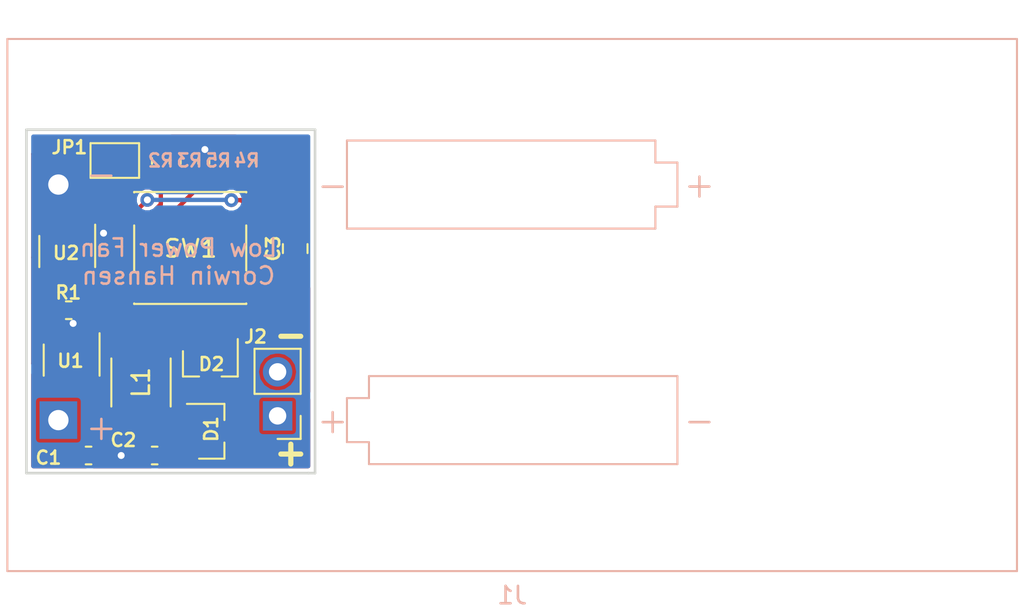
<source format=kicad_pcb>
(kicad_pcb (version 20171130) (host pcbnew "(5.0.1-3-g963ef8bb5)")

  (general
    (thickness 1.6)
    (drawings 8)
    (tracks 75)
    (zones 0)
    (modules 17)
    (nets 10)
  )

  (page A4)
  (layers
    (0 F.Cu signal hide)
    (31 B.Cu signal)
    (32 B.Adhes user)
    (33 F.Adhes user)
    (34 B.Paste user)
    (35 F.Paste user)
    (36 B.SilkS user)
    (37 F.SilkS user)
    (38 B.Mask user)
    (39 F.Mask user)
    (40 Dwgs.User user)
    (41 Cmts.User user)
    (42 Eco1.User user)
    (43 Eco2.User user)
    (44 Edge.Cuts user)
    (45 Margin user)
    (46 B.CrtYd user)
    (47 F.CrtYd user)
    (48 B.Fab user)
    (49 F.Fab user)
  )

  (setup
    (last_trace_width 0.25)
    (trace_clearance 0.2)
    (zone_clearance 0.2)
    (zone_45_only no)
    (trace_min 0.2)
    (segment_width 0.2)
    (edge_width 0.15)
    (via_size 0.8)
    (via_drill 0.4)
    (via_min_size 0.4)
    (via_min_drill 0.3)
    (uvia_size 0.3)
    (uvia_drill 0.1)
    (uvias_allowed no)
    (uvia_min_size 0.2)
    (uvia_min_drill 0.1)
    (pcb_text_width 0.3)
    (pcb_text_size 1.5 1.5)
    (mod_edge_width 0.15)
    (mod_text_size 1 1)
    (mod_text_width 0.15)
    (pad_size 1.524 1.524)
    (pad_drill 0.762)
    (pad_to_mask_clearance 0)
    (solder_mask_min_width 0.25)
    (aux_axis_origin 0 0)
    (visible_elements FFFFFF7F)
    (pcbplotparams
      (layerselection 0x010fc_ffffffff)
      (usegerberextensions false)
      (usegerberattributes false)
      (usegerberadvancedattributes false)
      (creategerberjobfile false)
      (excludeedgelayer true)
      (linewidth 0.100000)
      (plotframeref false)
      (viasonmask false)
      (mode 1)
      (useauxorigin false)
      (hpglpennumber 1)
      (hpglpenspeed 20)
      (hpglpendiameter 15.000000)
      (psnegative false)
      (psa4output false)
      (plotreference true)
      (plotvalue true)
      (plotinvisibletext false)
      (padsonsilk false)
      (subtractmaskfromsilk false)
      (outputformat 1)
      (mirror false)
      (drillshape 1)
      (scaleselection 1)
      (outputdirectory ""))
  )

  (net 0 "")
  (net 1 "Net-(C1-Pad1)")
  (net 2 GND)
  (net 3 "Net-(C2-Pad1)")
  (net 4 "Net-(D1-Pad2)")
  (net 5 "Net-(C3-Pad2)")
  (net 6 "Net-(D2-Pad2)")
  (net 7 "Net-(JP1-Pad2)")
  (net 8 "Net-(R2-Pad2)")
  (net 9 "Net-(R4-Pad2)")

  (net_class Default "This is the default net class."
    (clearance 0.2)
    (trace_width 0.25)
    (via_dia 0.8)
    (via_drill 0.4)
    (uvia_dia 0.3)
    (uvia_drill 0.1)
    (add_net GND)
    (add_net "Net-(C1-Pad1)")
    (add_net "Net-(C2-Pad1)")
    (add_net "Net-(C3-Pad2)")
    (add_net "Net-(D1-Pad2)")
    (add_net "Net-(D2-Pad2)")
    (add_net "Net-(JP1-Pad2)")
    (add_net "Net-(R2-Pad2)")
    (add_net "Net-(R4-Pad2)")
  )

  (module Battery:BatteryHolder_MPD_BC2AAPC_2xAA (layer B.Cu) (tedit 5AC8F8F7) (tstamp 5C5CE36E)
    (at 115.633001 91.050001)
    (descr "2xAA cell battery holder, Memory Protection Devices P/N BC2AAPC, http://www.memoryprotectiondevices.com/datasheets/BC2AAPC-datasheet.pdf")
    (tags "AA battery cell holder")
    (path /5C454ECD)
    (fp_text reference J1 (at 26.16 10.11) (layer B.SilkS)
      (effects (font (size 1 1) (thickness 0.15)) (justify mirror))
    )
    (fp_text value in (at 26.16 -23.39) (layer B.Fab)
      (effects (font (size 1 1) (thickness 0.15)) (justify mirror))
    )
    (fp_line (start -2.84 8.61) (end -2.84 -21.89) (layer B.Fab) (width 0.1))
    (fp_line (start -2.84 -21.89) (end 55.16 -21.89) (layer B.Fab) (width 0.1))
    (fp_line (start 55.16 -21.89) (end 55.16 8.61) (layer B.Fab) (width 0.1))
    (fp_line (start 55.16 8.61) (end -2.84 8.61) (layer B.Fab) (width 0.1))
    (fp_line (start -2.94 8.71) (end -2.94 -21.99) (layer B.SilkS) (width 0.12))
    (fp_line (start -2.94 -21.99) (end 55.26 -21.99) (layer B.SilkS) (width 0.12))
    (fp_line (start 55.26 -21.99) (end 55.26 8.71) (layer B.SilkS) (width 0.12))
    (fp_line (start 55.26 8.71) (end -2.94 8.71) (layer B.SilkS) (width 0.12))
    (fp_line (start -3.34 9.11) (end -3.34 -22.39) (layer B.CrtYd) (width 0.05))
    (fp_line (start -3.34 -22.39) (end 55.66 -22.39) (layer B.CrtYd) (width 0.05))
    (fp_line (start 55.66 -22.39) (end 55.66 9.11) (layer B.CrtYd) (width 0.05))
    (fp_line (start 55.66 9.11) (end -3.34 9.11) (layer B.CrtYd) (width 0.05))
    (fp_line (start 35.685 -2.54) (end 17.905 -2.54) (layer B.SilkS) (width 0.12))
    (fp_line (start 17.905 -2.54) (end 17.905 -1.27) (layer B.SilkS) (width 0.12))
    (fp_line (start 17.905 -1.27) (end 16.635 -1.27) (layer B.SilkS) (width 0.12))
    (fp_line (start 16.635 -1.27) (end 16.635 1.27) (layer B.SilkS) (width 0.12))
    (fp_line (start 16.635 1.27) (end 17.905 1.27) (layer B.SilkS) (width 0.12))
    (fp_line (start 17.905 1.27) (end 17.905 2.54) (layer B.SilkS) (width 0.12))
    (fp_line (start 17.905 2.54) (end 35.685 2.54) (layer B.SilkS) (width 0.12))
    (fp_line (start 35.685 2.54) (end 35.685 -2.54) (layer B.SilkS) (width 0.12))
    (fp_line (start 16.635 -16.13) (end 34.415 -16.13) (layer B.SilkS) (width 0.12))
    (fp_line (start 34.415 -16.13) (end 34.415 -14.86) (layer B.SilkS) (width 0.12))
    (fp_line (start 34.415 -14.86) (end 35.685 -14.86) (layer B.SilkS) (width 0.12))
    (fp_line (start 35.685 -14.86) (end 35.685 -12.32) (layer B.SilkS) (width 0.12))
    (fp_line (start 35.685 -12.32) (end 34.415 -12.32) (layer B.SilkS) (width 0.12))
    (fp_line (start 34.415 -12.32) (end 34.415 -11.05) (layer B.SilkS) (width 0.12))
    (fp_line (start 34.415 -11.05) (end 16.635 -11.05) (layer B.SilkS) (width 0.12))
    (fp_line (start 16.635 -11.05) (end 16.635 -16.13) (layer B.SilkS) (width 0.12))
    (fp_text user %R (at 26.16 -6.63) (layer B.Fab)
      (effects (font (size 1 1) (thickness 0.15)) (justify mirror))
    )
    (fp_text user - (at 36.955 0) (layer B.SilkS)
      (effects (font (size 1.5 1.5) (thickness 0.15)) (justify mirror))
    )
    (fp_text user + (at 15.811999 0) (layer B.SilkS)
      (effects (font (size 1.5 1.5) (thickness 0.15)) (justify mirror))
    )
    (fp_text user - (at 15.811999 -13.580001) (layer B.SilkS)
      (effects (font (size 1.5 1.5) (thickness 0.15)) (justify mirror))
    )
    (fp_text user + (at 36.955 -13.59) (layer B.SilkS)
      (effects (font (size 1.5 1.5) (thickness 0.15)) (justify mirror))
    )
    (fp_text user + (at 2.476999 0.389999) (layer B.SilkS)
      (effects (font (size 1.5 1.5) (thickness 0.15)) (justify mirror))
    )
    (fp_text user - (at 2.476999 -14.215001) (layer B.SilkS)
      (effects (font (size 1.5 1.5) (thickness 0.15)) (justify mirror))
    )
    (pad 1 thru_hole rect (at 0 0) (size 2.17 2.17) (drill 1.17) (layers *.Cu *.Mask)
      (net 1 "Net-(C1-Pad1)"))
    (pad 2 thru_hole circle (at 0 -13.59) (size 2.17 2.17) (drill 1.17) (layers *.Cu *.Mask)
      (net 2 GND))
    (pad "" np_thru_hole circle (at 26.16 -6.63) (size 3.65 3.65) (drill 3.65) (layers *.Cu *.Mask))
    (model ${KISYS3DMOD}/Battery.3dshapes/BatteryHolder_MPD_BC2AAPC_2xAA.wrl
      (at (xyz 0 0 0))
      (scale (xyz 1 1 1))
      (rotate (xyz 0 0 0))
    )
  )

  (module Capacitor_SMD:C_0603_1608Metric (layer F.Cu) (tedit 5C50DC36) (tstamp 5C5CF006)
    (at 117.3735 93.091)
    (descr "Capacitor SMD 0603 (1608 Metric), square (rectangular) end terminal, IPC_7351 nominal, (Body size source: http://www.tortai-tech.com/upload/download/2011102023233369053.pdf), generated with kicad-footprint-generator")
    (tags capacitor)
    (path /5C457995)
    (attr smd)
    (fp_text reference C1 (at -2.3115 0.127) (layer F.SilkS)
      (effects (font (size 0.75 0.75) (thickness 0.15)))
    )
    (fp_text value 10uF (at 0 1.43) (layer F.Fab)
      (effects (font (size 1 1) (thickness 0.15)))
    )
    (fp_line (start -0.8 0.4) (end -0.8 -0.4) (layer F.Fab) (width 0.1))
    (fp_line (start -0.8 -0.4) (end 0.8 -0.4) (layer F.Fab) (width 0.1))
    (fp_line (start 0.8 -0.4) (end 0.8 0.4) (layer F.Fab) (width 0.1))
    (fp_line (start 0.8 0.4) (end -0.8 0.4) (layer F.Fab) (width 0.1))
    (fp_line (start -0.162779 -0.51) (end 0.162779 -0.51) (layer F.SilkS) (width 0.12))
    (fp_line (start -0.162779 0.51) (end 0.162779 0.51) (layer F.SilkS) (width 0.12))
    (fp_line (start -1.48 0.73) (end -1.48 -0.73) (layer F.CrtYd) (width 0.05))
    (fp_line (start -1.48 -0.73) (end 1.48 -0.73) (layer F.CrtYd) (width 0.05))
    (fp_line (start 1.48 -0.73) (end 1.48 0.73) (layer F.CrtYd) (width 0.05))
    (fp_line (start 1.48 0.73) (end -1.48 0.73) (layer F.CrtYd) (width 0.05))
    (fp_text user %R (at 0 0) (layer F.Fab)
      (effects (font (size 0.4 0.4) (thickness 0.06)))
    )
    (pad 1 smd roundrect (at -0.7875 0) (size 0.875 0.95) (layers F.Cu F.Paste F.Mask) (roundrect_rratio 0.25)
      (net 1 "Net-(C1-Pad1)"))
    (pad 2 smd roundrect (at 0.7875 0) (size 0.875 0.95) (layers F.Cu F.Paste F.Mask) (roundrect_rratio 0.25)
      (net 2 GND))
    (model ${KISYS3DMOD}/Capacitor_SMD.3dshapes/C_0603_1608Metric.wrl
      (at (xyz 0 0 0))
      (scale (xyz 1 1 1))
      (rotate (xyz 0 0 0))
    )
  )

  (module Capacitor_SMD:C_0603_1608Metric (layer F.Cu) (tedit 5C50DCDF) (tstamp 5C5CB0FB)
    (at 121.1835 93.091 180)
    (descr "Capacitor SMD 0603 (1608 Metric), square (rectangular) end terminal, IPC_7351 nominal, (Body size source: http://www.tortai-tech.com/upload/download/2011102023233369053.pdf), generated with kicad-footprint-generator")
    (tags capacitor)
    (path /5C4584FE)
    (attr smd)
    (fp_text reference C2 (at 1.8035 0.889 180) (layer F.SilkS)
      (effects (font (size 0.75 0.75) (thickness 0.15)))
    )
    (fp_text value 1uF (at 0 1.43 180) (layer F.Fab)
      (effects (font (size 1 1) (thickness 0.15)))
    )
    (fp_text user %R (at 0 0 180) (layer F.Fab)
      (effects (font (size 0.4 0.4) (thickness 0.06)))
    )
    (fp_line (start 1.48 0.73) (end -1.48 0.73) (layer F.CrtYd) (width 0.05))
    (fp_line (start 1.48 -0.73) (end 1.48 0.73) (layer F.CrtYd) (width 0.05))
    (fp_line (start -1.48 -0.73) (end 1.48 -0.73) (layer F.CrtYd) (width 0.05))
    (fp_line (start -1.48 0.73) (end -1.48 -0.73) (layer F.CrtYd) (width 0.05))
    (fp_line (start -0.162779 0.51) (end 0.162779 0.51) (layer F.SilkS) (width 0.12))
    (fp_line (start -0.162779 -0.51) (end 0.162779 -0.51) (layer F.SilkS) (width 0.12))
    (fp_line (start 0.8 0.4) (end -0.8 0.4) (layer F.Fab) (width 0.1))
    (fp_line (start 0.8 -0.4) (end 0.8 0.4) (layer F.Fab) (width 0.1))
    (fp_line (start -0.8 -0.4) (end 0.8 -0.4) (layer F.Fab) (width 0.1))
    (fp_line (start -0.8 0.4) (end -0.8 -0.4) (layer F.Fab) (width 0.1))
    (pad 2 smd roundrect (at 0.7875 0 180) (size 0.875 0.95) (layers F.Cu F.Paste F.Mask) (roundrect_rratio 0.25)
      (net 2 GND))
    (pad 1 smd roundrect (at -0.7875 0 180) (size 0.875 0.95) (layers F.Cu F.Paste F.Mask) (roundrect_rratio 0.25)
      (net 3 "Net-(C2-Pad1)"))
    (model ${KISYS3DMOD}/Capacitor_SMD.3dshapes/C_0603_1608Metric.wrl
      (at (xyz 0 0 0))
      (scale (xyz 1 1 1))
      (rotate (xyz 0 0 0))
    )
  )

  (module Diode_SMD:D_SOT-23_ANK (layer F.Cu) (tedit 5C50DD0E) (tstamp 5C5CB126)
    (at 124.444 91.694)
    (descr "SOT-23, Single Diode")
    (tags SOT-23)
    (path /5C45B1C8)
    (attr smd)
    (fp_text reference D1 (at 0 -0.127 90) (layer F.SilkS)
      (effects (font (size 0.75 0.75) (thickness 0.15)))
    )
    (fp_text value D (at 0 2.5) (layer F.Fab)
      (effects (font (size 1 1) (thickness 0.15)))
    )
    (fp_text user %R (at 0 -2.5) (layer F.Fab)
      (effects (font (size 1 1) (thickness 0.15)))
    )
    (fp_line (start -0.15 -0.45) (end -0.4 -0.45) (layer F.Fab) (width 0.1))
    (fp_line (start -0.15 -0.25) (end 0.15 -0.45) (layer F.Fab) (width 0.1))
    (fp_line (start -0.15 -0.65) (end -0.15 -0.25) (layer F.Fab) (width 0.1))
    (fp_line (start 0.15 -0.45) (end -0.15 -0.65) (layer F.Fab) (width 0.1))
    (fp_line (start 0.15 -0.45) (end 0.4 -0.45) (layer F.Fab) (width 0.1))
    (fp_line (start 0.15 -0.65) (end 0.15 -0.25) (layer F.Fab) (width 0.1))
    (fp_line (start 0.76 1.58) (end 0.76 0.65) (layer F.SilkS) (width 0.12))
    (fp_line (start 0.76 -1.58) (end 0.76 -0.65) (layer F.SilkS) (width 0.12))
    (fp_line (start 0.7 -1.52) (end 0.7 1.52) (layer F.Fab) (width 0.1))
    (fp_line (start -0.7 1.52) (end 0.7 1.52) (layer F.Fab) (width 0.1))
    (fp_line (start -1.7 -1.75) (end 1.7 -1.75) (layer F.CrtYd) (width 0.05))
    (fp_line (start 1.7 -1.75) (end 1.7 1.75) (layer F.CrtYd) (width 0.05))
    (fp_line (start 1.7 1.75) (end -1.7 1.75) (layer F.CrtYd) (width 0.05))
    (fp_line (start -1.7 1.75) (end -1.7 -1.75) (layer F.CrtYd) (width 0.05))
    (fp_line (start 0.76 -1.58) (end -1.4 -1.58) (layer F.SilkS) (width 0.12))
    (fp_line (start -0.7 -1.52) (end 0.7 -1.52) (layer F.Fab) (width 0.1))
    (fp_line (start -0.7 -1.52) (end -0.7 1.52) (layer F.Fab) (width 0.1))
    (fp_line (start 0.76 1.58) (end -0.7 1.58) (layer F.SilkS) (width 0.12))
    (pad 2 smd rect (at -1 -0.95) (size 0.9 0.8) (layers F.Cu F.Paste F.Mask)
      (net 4 "Net-(D1-Pad2)"))
    (pad "" smd rect (at -1 0.95) (size 0.9 0.8) (layers F.Cu F.Paste F.Mask))
    (pad 1 smd rect (at 1 0) (size 0.9 0.8) (layers F.Cu F.Paste F.Mask)
      (net 3 "Net-(C2-Pad1)"))
    (model ${KISYS3DMOD}/Diode_SMD.3dshapes/D_SOT-23.wrl
      (at (xyz 0 0 0))
      (scale (xyz 1 1 1))
      (rotate (xyz 0 0 0))
    )
  )

  (module Diode_SMD:D_SOT-23_ANK (layer F.Cu) (tedit 5C50DD1F) (tstamp 5C5CB140)
    (at 124.394 87.773 270)
    (descr "SOT-23, Single Diode")
    (tags SOT-23)
    (path /5C45B3AB)
    (attr smd)
    (fp_text reference D2 (at 0.0475 -0.066) (layer F.SilkS)
      (effects (font (size 0.75 0.75) (thickness 0.15)))
    )
    (fp_text value 12v (at 0 2.5 270) (layer F.Fab)
      (effects (font (size 1 1) (thickness 0.15)))
    )
    (fp_line (start 0.76 1.58) (end -0.7 1.58) (layer F.SilkS) (width 0.12))
    (fp_line (start -0.7 -1.52) (end -0.7 1.52) (layer F.Fab) (width 0.1))
    (fp_line (start -0.7 -1.52) (end 0.7 -1.52) (layer F.Fab) (width 0.1))
    (fp_line (start 0.76 -1.58) (end -1.4 -1.58) (layer F.SilkS) (width 0.12))
    (fp_line (start -1.7 1.75) (end -1.7 -1.75) (layer F.CrtYd) (width 0.05))
    (fp_line (start 1.7 1.75) (end -1.7 1.75) (layer F.CrtYd) (width 0.05))
    (fp_line (start 1.7 -1.75) (end 1.7 1.75) (layer F.CrtYd) (width 0.05))
    (fp_line (start -1.7 -1.75) (end 1.7 -1.75) (layer F.CrtYd) (width 0.05))
    (fp_line (start -0.7 1.52) (end 0.7 1.52) (layer F.Fab) (width 0.1))
    (fp_line (start 0.7 -1.52) (end 0.7 1.52) (layer F.Fab) (width 0.1))
    (fp_line (start 0.76 -1.58) (end 0.76 -0.65) (layer F.SilkS) (width 0.12))
    (fp_line (start 0.76 1.58) (end 0.76 0.65) (layer F.SilkS) (width 0.12))
    (fp_line (start 0.15 -0.65) (end 0.15 -0.25) (layer F.Fab) (width 0.1))
    (fp_line (start 0.15 -0.45) (end 0.4 -0.45) (layer F.Fab) (width 0.1))
    (fp_line (start 0.15 -0.45) (end -0.15 -0.65) (layer F.Fab) (width 0.1))
    (fp_line (start -0.15 -0.65) (end -0.15 -0.25) (layer F.Fab) (width 0.1))
    (fp_line (start -0.15 -0.25) (end 0.15 -0.45) (layer F.Fab) (width 0.1))
    (fp_line (start -0.15 -0.45) (end -0.4 -0.45) (layer F.Fab) (width 0.1))
    (fp_text user %R (at 0 -2.5 270) (layer F.Fab)
      (effects (font (size 1 1) (thickness 0.15)))
    )
    (pad 1 smd rect (at 1 0 270) (size 0.9 0.8) (layers F.Cu F.Paste F.Mask)
      (net 3 "Net-(C2-Pad1)"))
    (pad "" smd rect (at -1 0.95 270) (size 0.9 0.8) (layers F.Cu F.Paste F.Mask))
    (pad 2 smd rect (at -1 -0.95 270) (size 0.9 0.8) (layers F.Cu F.Paste F.Mask)
      (net 6 "Net-(D2-Pad2)"))
    (model ${KISYS3DMOD}/Diode_SMD.3dshapes/D_SOT-23.wrl
      (at (xyz 0 0 0))
      (scale (xyz 1 1 1))
      (rotate (xyz 0 0 0))
    )
  )

  (module Connector_PinHeader_2.54mm:PinHeader_1x02_P2.54mm_Vertical (layer F.Cu) (tedit 5C50DD4E) (tstamp 5C5D3161)
    (at 128.27 90.805 180)
    (descr "Through hole straight pin header, 1x02, 2.54mm pitch, single row")
    (tags "Through hole pin header THT 1x02 2.54mm single row")
    (path /5C454FDE)
    (fp_text reference J2 (at 1.27 4.572 180) (layer F.SilkS)
      (effects (font (size 0.75 0.75) (thickness 0.15)))
    )
    (fp_text value out (at 0 4.87 180) (layer F.Fab)
      (effects (font (size 1 1) (thickness 0.15)))
    )
    (fp_line (start -0.635 -1.27) (end 1.27 -1.27) (layer F.Fab) (width 0.1))
    (fp_line (start 1.27 -1.27) (end 1.27 3.81) (layer F.Fab) (width 0.1))
    (fp_line (start 1.27 3.81) (end -1.27 3.81) (layer F.Fab) (width 0.1))
    (fp_line (start -1.27 3.81) (end -1.27 -0.635) (layer F.Fab) (width 0.1))
    (fp_line (start -1.27 -0.635) (end -0.635 -1.27) (layer F.Fab) (width 0.1))
    (fp_line (start -1.33 3.87) (end 1.33 3.87) (layer F.SilkS) (width 0.12))
    (fp_line (start -1.33 1.27) (end -1.33 3.87) (layer F.SilkS) (width 0.12))
    (fp_line (start 1.33 1.27) (end 1.33 3.87) (layer F.SilkS) (width 0.12))
    (fp_line (start -1.33 1.27) (end 1.33 1.27) (layer F.SilkS) (width 0.12))
    (fp_line (start -1.33 0) (end -1.33 -1.33) (layer F.SilkS) (width 0.12))
    (fp_line (start -1.33 -1.33) (end 0 -1.33) (layer F.SilkS) (width 0.12))
    (fp_line (start -1.8 -1.8) (end -1.8 4.35) (layer F.CrtYd) (width 0.05))
    (fp_line (start -1.8 4.35) (end 1.8 4.35) (layer F.CrtYd) (width 0.05))
    (fp_line (start 1.8 4.35) (end 1.8 -1.8) (layer F.CrtYd) (width 0.05))
    (fp_line (start 1.8 -1.8) (end -1.8 -1.8) (layer F.CrtYd) (width 0.05))
    (fp_text user %R (at 0 1.27 270) (layer F.Fab)
      (effects (font (size 1 1) (thickness 0.15)))
    )
    (pad 1 thru_hole rect (at 0 0 180) (size 1.7 1.7) (drill 1) (layers *.Cu *.Mask)
      (net 3 "Net-(C2-Pad1)"))
    (pad 2 thru_hole oval (at 0 2.54 180) (size 1.7 1.7) (drill 1) (layers *.Cu *.Mask)
      (net 6 "Net-(D2-Pad2)"))
    (model ${KISYS3DMOD}/Connector_PinHeader_2.54mm.3dshapes/PinHeader_1x02_P2.54mm_Vertical.wrl
      (at (xyz 0 0 0))
      (scale (xyz 1 1 1))
      (rotate (xyz 0 0 0))
    )
  )

  (module Jumper:SolderJumper-2_P1.3mm_Open_Pad1.0x1.5mm (layer F.Cu) (tedit 5C50DE1D) (tstamp 5C5D3447)
    (at 118.887 76.073 180)
    (descr "SMD Solder Jumper, 1x1.5mm Pads, 0.3mm gap, open")
    (tags "solder jumper open")
    (path /5C4E5E5E)
    (attr virtual)
    (fp_text reference JP1 (at 2.6185 0.762 180) (layer F.SilkS)
      (effects (font (size 0.75 0.75) (thickness 0.15)))
    )
    (fp_text value jumper (at 0 1.9 180) (layer F.Fab)
      (effects (font (size 1 1) (thickness 0.15)))
    )
    (fp_line (start -1.4 1) (end -1.4 -1) (layer F.SilkS) (width 0.12))
    (fp_line (start 1.4 1) (end -1.4 1) (layer F.SilkS) (width 0.12))
    (fp_line (start 1.4 -1) (end 1.4 1) (layer F.SilkS) (width 0.12))
    (fp_line (start -1.4 -1) (end 1.4 -1) (layer F.SilkS) (width 0.12))
    (fp_line (start -1.65 -1.25) (end 1.65 -1.25) (layer F.CrtYd) (width 0.05))
    (fp_line (start -1.65 -1.25) (end -1.65 1.25) (layer F.CrtYd) (width 0.05))
    (fp_line (start 1.65 1.25) (end 1.65 -1.25) (layer F.CrtYd) (width 0.05))
    (fp_line (start 1.65 1.25) (end -1.65 1.25) (layer F.CrtYd) (width 0.05))
    (pad 2 smd rect (at 0.65 0 180) (size 1 1.5) (layers F.Cu F.Mask)
      (net 7 "Net-(JP1-Pad2)"))
    (pad 1 smd rect (at -0.65 0 180) (size 1 1.5) (layers F.Cu F.Mask)
      (net 1 "Net-(C1-Pad1)"))
  )

  (module Inductor_SMD:L_1812_4532Metric (layer F.Cu) (tedit 5B301BBE) (tstamp 5C5CBE6E)
    (at 120.396 88.8785 90)
    (descr "Inductor SMD 1812 (4532 Metric), square (rectangular) end terminal, IPC_7351 nominal, (Body size source: https://www.nikhef.nl/pub/departments/mt/projects/detectorR_D/dtddice/ERJ2G.pdf), generated with kicad-footprint-generator")
    (tags inductor)
    (path /5C455EC5)
    (attr smd)
    (fp_text reference L1 (at 0 0 90) (layer F.SilkS)
      (effects (font (size 1 1) (thickness 0.15)))
    )
    (fp_text value 10uH (at 0 2.65 90) (layer F.Fab)
      (effects (font (size 1 1) (thickness 0.15)))
    )
    (fp_line (start -2.25 1.6) (end -2.25 -1.6) (layer F.Fab) (width 0.1))
    (fp_line (start -2.25 -1.6) (end 2.25 -1.6) (layer F.Fab) (width 0.1))
    (fp_line (start 2.25 -1.6) (end 2.25 1.6) (layer F.Fab) (width 0.1))
    (fp_line (start 2.25 1.6) (end -2.25 1.6) (layer F.Fab) (width 0.1))
    (fp_line (start -1.386252 -1.71) (end 1.386252 -1.71) (layer F.SilkS) (width 0.12))
    (fp_line (start -1.386252 1.71) (end 1.386252 1.71) (layer F.SilkS) (width 0.12))
    (fp_line (start -2.95 1.95) (end -2.95 -1.95) (layer F.CrtYd) (width 0.05))
    (fp_line (start -2.95 -1.95) (end 2.95 -1.95) (layer F.CrtYd) (width 0.05))
    (fp_line (start 2.95 -1.95) (end 2.95 1.95) (layer F.CrtYd) (width 0.05))
    (fp_line (start 2.95 1.95) (end -2.95 1.95) (layer F.CrtYd) (width 0.05))
    (fp_text user %R (at 0 0 90) (layer F.Fab)
      (effects (font (size 1 1) (thickness 0.15)))
    )
    (pad 1 smd roundrect (at -2.1375 0 90) (size 1.125 3.4) (layers F.Cu F.Paste F.Mask) (roundrect_rratio 0.222222)
      (net 1 "Net-(C1-Pad1)"))
    (pad 2 smd roundrect (at 2.1375 0 90) (size 1.125 3.4) (layers F.Cu F.Paste F.Mask) (roundrect_rratio 0.222222)
      (net 4 "Net-(D1-Pad2)"))
    (model ${KISYS3DMOD}/Inductor_SMD.3dshapes/L_1812_4532Metric.wrl
      (at (xyz 0 0 0))
      (scale (xyz 1 1 1))
      (rotate (xyz 0 0 0))
    )
  )

  (module Resistor_SMD:R_0603_1608Metric (layer F.Cu) (tedit 5C50DDF6) (tstamp 5C5CB1B0)
    (at 116.2305 84.709)
    (descr "Resistor SMD 0603 (1608 Metric), square (rectangular) end terminal, IPC_7351 nominal, (Body size source: http://www.tortai-tech.com/upload/download/2011102023233369053.pdf), generated with kicad-footprint-generator")
    (tags resistor)
    (path /5C45645B)
    (attr smd)
    (fp_text reference R1 (at -0.0255 -1.016) (layer F.SilkS)
      (effects (font (size 0.75 0.75) (thickness 0.15)))
    )
    (fp_text value 8.2 (at 0 1.43) (layer F.Fab)
      (effects (font (size 1 1) (thickness 0.15)))
    )
    (fp_line (start -0.8 0.4) (end -0.8 -0.4) (layer F.Fab) (width 0.1))
    (fp_line (start -0.8 -0.4) (end 0.8 -0.4) (layer F.Fab) (width 0.1))
    (fp_line (start 0.8 -0.4) (end 0.8 0.4) (layer F.Fab) (width 0.1))
    (fp_line (start 0.8 0.4) (end -0.8 0.4) (layer F.Fab) (width 0.1))
    (fp_line (start -0.162779 -0.51) (end 0.162779 -0.51) (layer F.SilkS) (width 0.12))
    (fp_line (start -0.162779 0.51) (end 0.162779 0.51) (layer F.SilkS) (width 0.12))
    (fp_line (start -1.48 0.73) (end -1.48 -0.73) (layer F.CrtYd) (width 0.05))
    (fp_line (start -1.48 -0.73) (end 1.48 -0.73) (layer F.CrtYd) (width 0.05))
    (fp_line (start 1.48 -0.73) (end 1.48 0.73) (layer F.CrtYd) (width 0.05))
    (fp_line (start 1.48 0.73) (end -1.48 0.73) (layer F.CrtYd) (width 0.05))
    (fp_text user %R (at 0 0) (layer F.Fab)
      (effects (font (size 0.4 0.4) (thickness 0.06)))
    )
    (pad 1 smd roundrect (at -0.7875 0) (size 0.875 0.95) (layers F.Cu F.Paste F.Mask) (roundrect_rratio 0.25)
      (net 6 "Net-(D2-Pad2)"))
    (pad 2 smd roundrect (at 0.7875 0) (size 0.875 0.95) (layers F.Cu F.Paste F.Mask) (roundrect_rratio 0.25)
      (net 2 GND))
    (model ${KISYS3DMOD}/Resistor_SMD.3dshapes/R_0603_1608Metric.wrl
      (at (xyz 0 0 0))
      (scale (xyz 1 1 1))
      (rotate (xyz 0 0 0))
    )
  )

  (module Resistor_SMD:R_0603_1608Metric (layer F.Cu) (tedit 5C50DEA9) (tstamp 5C5CEC98)
    (at 121.539 76.0985 270)
    (descr "Resistor SMD 0603 (1608 Metric), square (rectangular) end terminal, IPC_7351 nominal, (Body size source: http://www.tortai-tech.com/upload/download/2011102023233369053.pdf), generated with kicad-footprint-generator")
    (tags resistor)
    (path /5C4ECB4D)
    (attr smd)
    (fp_text reference R2 (at -0.0255 0 180) (layer B.SilkS)
      (effects (font (size 0.75 0.75) (thickness 0.15)) (justify mirror))
    )
    (fp_text value 22M (at 0 1.43 270) (layer F.Fab)
      (effects (font (size 1 1) (thickness 0.15)))
    )
    (fp_line (start -0.8 0.4) (end -0.8 -0.4) (layer F.Fab) (width 0.1))
    (fp_line (start -0.8 -0.4) (end 0.8 -0.4) (layer F.Fab) (width 0.1))
    (fp_line (start 0.8 -0.4) (end 0.8 0.4) (layer F.Fab) (width 0.1))
    (fp_line (start 0.8 0.4) (end -0.8 0.4) (layer F.Fab) (width 0.1))
    (fp_line (start -0.162779 -0.51) (end 0.162779 -0.51) (layer F.SilkS) (width 0.12))
    (fp_line (start -0.162779 0.51) (end 0.162779 0.51) (layer F.SilkS) (width 0.12))
    (fp_line (start -1.48 0.73) (end -1.48 -0.73) (layer F.CrtYd) (width 0.05))
    (fp_line (start -1.48 -0.73) (end 1.48 -0.73) (layer F.CrtYd) (width 0.05))
    (fp_line (start 1.48 -0.73) (end 1.48 0.73) (layer F.CrtYd) (width 0.05))
    (fp_line (start 1.48 0.73) (end -1.48 0.73) (layer F.CrtYd) (width 0.05))
    (fp_text user %R (at 0 0 270) (layer F.Fab)
      (effects (font (size 0.4 0.4) (thickness 0.06)))
    )
    (pad 1 smd roundrect (at -0.7875 0 270) (size 0.875 0.95) (layers F.Cu F.Paste F.Mask) (roundrect_rratio 0.25)
      (net 1 "Net-(C1-Pad1)"))
    (pad 2 smd roundrect (at 0.7875 0 270) (size 0.875 0.95) (layers F.Cu F.Paste F.Mask) (roundrect_rratio 0.25)
      (net 8 "Net-(R2-Pad2)"))
    (model ${KISYS3DMOD}/Resistor_SMD.3dshapes/R_0603_1608Metric.wrl
      (at (xyz 0 0 0))
      (scale (xyz 1 1 1))
      (rotate (xyz 0 0 0))
    )
  )

  (module Resistor_SMD:R_0603_1608Metric (layer F.Cu) (tedit 5C50DEA0) (tstamp 5C5CECF8)
    (at 123.19 76.0985 90)
    (descr "Resistor SMD 0603 (1608 Metric), square (rectangular) end terminal, IPC_7351 nominal, (Body size source: http://www.tortai-tech.com/upload/download/2011102023233369053.pdf), generated with kicad-footprint-generator")
    (tags resistor)
    (path /5C4ECC6A)
    (attr smd)
    (fp_text reference R3 (at 0.0255 0) (layer B.SilkS)
      (effects (font (size 0.75 0.75) (thickness 0.15)) (justify mirror))
    )
    (fp_text value 22M (at 0 1.43 90) (layer F.Fab)
      (effects (font (size 1 1) (thickness 0.15)))
    )
    (fp_text user %R (at 0 0 90) (layer F.Fab)
      (effects (font (size 0.4 0.4) (thickness 0.06)))
    )
    (fp_line (start 1.48 0.73) (end -1.48 0.73) (layer F.CrtYd) (width 0.05))
    (fp_line (start 1.48 -0.73) (end 1.48 0.73) (layer F.CrtYd) (width 0.05))
    (fp_line (start -1.48 -0.73) (end 1.48 -0.73) (layer F.CrtYd) (width 0.05))
    (fp_line (start -1.48 0.73) (end -1.48 -0.73) (layer F.CrtYd) (width 0.05))
    (fp_line (start -0.162779 0.51) (end 0.162779 0.51) (layer F.SilkS) (width 0.12))
    (fp_line (start -0.162779 -0.51) (end 0.162779 -0.51) (layer F.SilkS) (width 0.12))
    (fp_line (start 0.8 0.4) (end -0.8 0.4) (layer F.Fab) (width 0.1))
    (fp_line (start 0.8 -0.4) (end 0.8 0.4) (layer F.Fab) (width 0.1))
    (fp_line (start -0.8 -0.4) (end 0.8 -0.4) (layer F.Fab) (width 0.1))
    (fp_line (start -0.8 0.4) (end -0.8 -0.4) (layer F.Fab) (width 0.1))
    (pad 2 smd roundrect (at 0.7875 0 90) (size 0.875 0.95) (layers F.Cu F.Paste F.Mask) (roundrect_rratio 0.25)
      (net 2 GND))
    (pad 1 smd roundrect (at -0.7875 0 90) (size 0.875 0.95) (layers F.Cu F.Paste F.Mask) (roundrect_rratio 0.25)
      (net 8 "Net-(R2-Pad2)"))
    (model ${KISYS3DMOD}/Resistor_SMD.3dshapes/R_0603_1608Metric.wrl
      (at (xyz 0 0 0))
      (scale (xyz 1 1 1))
      (rotate (xyz 0 0 0))
    )
  )

  (module Resistor_SMD:R_0603_1608Metric (layer F.Cu) (tedit 5C50DE8A) (tstamp 5C5CECC8)
    (at 126.492 76.073 270)
    (descr "Resistor SMD 0603 (1608 Metric), square (rectangular) end terminal, IPC_7351 nominal, (Body size source: http://www.tortai-tech.com/upload/download/2011102023233369053.pdf), generated with kicad-footprint-generator")
    (tags resistor)
    (path /5C4EC30E)
    (attr smd)
    (fp_text reference R4 (at 0 0 180) (layer B.SilkS)
      (effects (font (size 0.75 0.75) (thickness 0.15)) (justify mirror))
    )
    (fp_text value 22M (at 0 1.43 270) (layer F.Fab)
      (effects (font (size 1 1) (thickness 0.15)))
    )
    (fp_text user %R (at 0 0 270) (layer F.Fab)
      (effects (font (size 0.4 0.4) (thickness 0.06)))
    )
    (fp_line (start 1.48 0.73) (end -1.48 0.73) (layer F.CrtYd) (width 0.05))
    (fp_line (start 1.48 -0.73) (end 1.48 0.73) (layer F.CrtYd) (width 0.05))
    (fp_line (start -1.48 -0.73) (end 1.48 -0.73) (layer F.CrtYd) (width 0.05))
    (fp_line (start -1.48 0.73) (end -1.48 -0.73) (layer F.CrtYd) (width 0.05))
    (fp_line (start -0.162779 0.51) (end 0.162779 0.51) (layer F.SilkS) (width 0.12))
    (fp_line (start -0.162779 -0.51) (end 0.162779 -0.51) (layer F.SilkS) (width 0.12))
    (fp_line (start 0.8 0.4) (end -0.8 0.4) (layer F.Fab) (width 0.1))
    (fp_line (start 0.8 -0.4) (end 0.8 0.4) (layer F.Fab) (width 0.1))
    (fp_line (start -0.8 -0.4) (end 0.8 -0.4) (layer F.Fab) (width 0.1))
    (fp_line (start -0.8 0.4) (end -0.8 -0.4) (layer F.Fab) (width 0.1))
    (pad 2 smd roundrect (at 0.7875 0 270) (size 0.875 0.95) (layers F.Cu F.Paste F.Mask) (roundrect_rratio 0.25)
      (net 9 "Net-(R4-Pad2)"))
    (pad 1 smd roundrect (at -0.7875 0 270) (size 0.875 0.95) (layers F.Cu F.Paste F.Mask) (roundrect_rratio 0.25)
      (net 5 "Net-(C3-Pad2)"))
    (model ${KISYS3DMOD}/Resistor_SMD.3dshapes/R_0603_1608Metric.wrl
      (at (xyz 0 0 0))
      (scale (xyz 1 1 1))
      (rotate (xyz 0 0 0))
    )
  )

  (module Resistor_SMD:R_0603_1608Metric (layer F.Cu) (tedit 5C50DE98) (tstamp 5C5CEC68)
    (at 124.841 76.0985 90)
    (descr "Resistor SMD 0603 (1608 Metric), square (rectangular) end terminal, IPC_7351 nominal, (Body size source: http://www.tortai-tech.com/upload/download/2011102023233369053.pdf), generated with kicad-footprint-generator")
    (tags resistor)
    (path /5C4E8BD8)
    (attr smd)
    (fp_text reference R5 (at 0.0255 0) (layer B.SilkS)
      (effects (font (size 0.75 0.75) (thickness 0.15)) (justify mirror))
    )
    (fp_text value 22M (at 0 1.43 90) (layer F.Fab)
      (effects (font (size 1 1) (thickness 0.15)))
    )
    (fp_line (start -0.8 0.4) (end -0.8 -0.4) (layer F.Fab) (width 0.1))
    (fp_line (start -0.8 -0.4) (end 0.8 -0.4) (layer F.Fab) (width 0.1))
    (fp_line (start 0.8 -0.4) (end 0.8 0.4) (layer F.Fab) (width 0.1))
    (fp_line (start 0.8 0.4) (end -0.8 0.4) (layer F.Fab) (width 0.1))
    (fp_line (start -0.162779 -0.51) (end 0.162779 -0.51) (layer F.SilkS) (width 0.12))
    (fp_line (start -0.162779 0.51) (end 0.162779 0.51) (layer F.SilkS) (width 0.12))
    (fp_line (start -1.48 0.73) (end -1.48 -0.73) (layer F.CrtYd) (width 0.05))
    (fp_line (start -1.48 -0.73) (end 1.48 -0.73) (layer F.CrtYd) (width 0.05))
    (fp_line (start 1.48 -0.73) (end 1.48 0.73) (layer F.CrtYd) (width 0.05))
    (fp_line (start 1.48 0.73) (end -1.48 0.73) (layer F.CrtYd) (width 0.05))
    (fp_text user %R (at 0 0 90) (layer F.Fab)
      (effects (font (size 0.4 0.4) (thickness 0.06)))
    )
    (pad 1 smd roundrect (at -0.7875 0 90) (size 0.875 0.95) (layers F.Cu F.Paste F.Mask) (roundrect_rratio 0.25)
      (net 9 "Net-(R4-Pad2)"))
    (pad 2 smd roundrect (at 0.7875 0 90) (size 0.875 0.95) (layers F.Cu F.Paste F.Mask) (roundrect_rratio 0.25)
      (net 2 GND))
    (model ${KISYS3DMOD}/Resistor_SMD.3dshapes/R_0603_1608Metric.wrl
      (at (xyz 0 0 0))
      (scale (xyz 1 1 1))
      (rotate (xyz 0 0 0))
    )
  )

  (module Button_Switch_SMD:SW_SPST_PTS645 (layer F.Cu) (tedit 5A02FC95) (tstamp 5C5D34AD)
    (at 123.233 81.117)
    (descr "C&K Components SPST SMD PTS645 Series 6mm Tact Switch")
    (tags "SPST Button Switch")
    (path /5C4F357D)
    (attr smd)
    (fp_text reference SW1 (at 0.0205 0.036) (layer F.SilkS)
      (effects (font (size 1 1) (thickness 0.15)))
    )
    (fp_text value SW_Push (at 0 4.15) (layer F.Fab)
      (effects (font (size 1 1) (thickness 0.15)))
    )
    (fp_text user %R (at 0 0.036) (layer F.Fab)
      (effects (font (size 1 1) (thickness 0.15)))
    )
    (fp_line (start -3 -3) (end -3 3) (layer F.Fab) (width 0.1))
    (fp_line (start -3 3) (end 3 3) (layer F.Fab) (width 0.1))
    (fp_line (start 3 3) (end 3 -3) (layer F.Fab) (width 0.1))
    (fp_line (start 3 -3) (end -3 -3) (layer F.Fab) (width 0.1))
    (fp_line (start 5.05 3.4) (end 5.05 -3.4) (layer F.CrtYd) (width 0.05))
    (fp_line (start -5.05 -3.4) (end -5.05 3.4) (layer F.CrtYd) (width 0.05))
    (fp_line (start -5.05 3.4) (end 5.05 3.4) (layer F.CrtYd) (width 0.05))
    (fp_line (start -5.05 -3.4) (end 5.05 -3.4) (layer F.CrtYd) (width 0.05))
    (fp_line (start 3.23 -3.23) (end 3.23 -3.2) (layer F.SilkS) (width 0.12))
    (fp_line (start 3.23 3.23) (end 3.23 3.2) (layer F.SilkS) (width 0.12))
    (fp_line (start -3.23 3.23) (end -3.23 3.2) (layer F.SilkS) (width 0.12))
    (fp_line (start -3.23 -3.2) (end -3.23 -3.23) (layer F.SilkS) (width 0.12))
    (fp_line (start 3.23 -1.3) (end 3.23 1.3) (layer F.SilkS) (width 0.12))
    (fp_line (start -3.23 -3.23) (end 3.23 -3.23) (layer F.SilkS) (width 0.12))
    (fp_line (start -3.23 -1.3) (end -3.23 1.3) (layer F.SilkS) (width 0.12))
    (fp_line (start -3.23 3.23) (end 3.23 3.23) (layer F.SilkS) (width 0.12))
    (fp_circle (center 0 0) (end 1.75 -0.05) (layer F.Fab) (width 0.1))
    (pad 2 smd rect (at -3.98 2.25) (size 1.55 1.3) (layers F.Cu F.Paste F.Mask)
      (net 1 "Net-(C1-Pad1)"))
    (pad 1 smd rect (at -3.98 -2.25) (size 1.55 1.3) (layers F.Cu F.Paste F.Mask)
      (net 5 "Net-(C3-Pad2)"))
    (pad 1 smd rect (at 3.98 -2.25) (size 1.55 1.3) (layers F.Cu F.Paste F.Mask)
      (net 5 "Net-(C3-Pad2)"))
    (pad 2 smd rect (at 3.98 2.25) (size 1.55 1.3) (layers F.Cu F.Paste F.Mask)
      (net 1 "Net-(C1-Pad1)"))
    (model ${KISYS3DMOD}/Button_Switch_SMD.3dshapes/SW_SPST_PTS645.wrl
      (at (xyz 0 0 0))
      (scale (xyz 1 1 1))
      (rotate (xyz 0 0 0))
    )
  )

  (module Package_TO_SOT_SMD:SOT-23-5 (layer F.Cu) (tedit 5C50DC1B) (tstamp 5C5CF1FF)
    (at 116.398 87.587 270)
    (descr "5-pin SOT23 package")
    (tags SOT-23-5)
    (path /5C454A18)
    (attr smd)
    (fp_text reference U1 (at 0.043 0.066) (layer F.SilkS)
      (effects (font (size 0.75 0.75) (thickness 0.15)))
    )
    (fp_text value FAN5333A (at 0 2.9 270) (layer F.Fab)
      (effects (font (size 1 1) (thickness 0.15)))
    )
    (fp_text user %R (at 0 0) (layer F.Fab)
      (effects (font (size 0.5 0.5) (thickness 0.075)))
    )
    (fp_line (start -0.9 1.61) (end 0.9 1.61) (layer F.SilkS) (width 0.12))
    (fp_line (start 0.9 -1.61) (end -1.55 -1.61) (layer F.SilkS) (width 0.12))
    (fp_line (start -1.9 -1.8) (end 1.9 -1.8) (layer F.CrtYd) (width 0.05))
    (fp_line (start 1.9 -1.8) (end 1.9 1.8) (layer F.CrtYd) (width 0.05))
    (fp_line (start 1.9 1.8) (end -1.9 1.8) (layer F.CrtYd) (width 0.05))
    (fp_line (start -1.9 1.8) (end -1.9 -1.8) (layer F.CrtYd) (width 0.05))
    (fp_line (start -0.9 -0.9) (end -0.25 -1.55) (layer F.Fab) (width 0.1))
    (fp_line (start 0.9 -1.55) (end -0.25 -1.55) (layer F.Fab) (width 0.1))
    (fp_line (start -0.9 -0.9) (end -0.9 1.55) (layer F.Fab) (width 0.1))
    (fp_line (start 0.9 1.55) (end -0.9 1.55) (layer F.Fab) (width 0.1))
    (fp_line (start 0.9 -1.55) (end 0.9 1.55) (layer F.Fab) (width 0.1))
    (pad 1 smd rect (at -1.1 -0.95 270) (size 1.06 0.65) (layers F.Cu F.Paste F.Mask)
      (net 4 "Net-(D1-Pad2)"))
    (pad 2 smd rect (at -1.1 0 270) (size 1.06 0.65) (layers F.Cu F.Paste F.Mask)
      (net 2 GND))
    (pad 3 smd rect (at -1.1 0.95 270) (size 1.06 0.65) (layers F.Cu F.Paste F.Mask)
      (net 6 "Net-(D2-Pad2)"))
    (pad 4 smd rect (at 1.1 0.95 270) (size 1.06 0.65) (layers F.Cu F.Paste F.Mask)
      (net 7 "Net-(JP1-Pad2)"))
    (pad 5 smd rect (at 1.1 -0.95 270) (size 1.06 0.65) (layers F.Cu F.Paste F.Mask)
      (net 1 "Net-(C1-Pad1)"))
    (model ${KISYS3DMOD}/Package_TO_SOT_SMD.3dshapes/SOT-23-5.wrl
      (at (xyz 0 0 0))
      (scale (xyz 1 1 1))
      (rotate (xyz 0 0 0))
    )
  )

  (module Package_TO_SOT_SMD:SOT-23-5 (layer F.Cu) (tedit 5C50DC0C) (tstamp 5C5CB238)
    (at 116.144 81.323 270)
    (descr "5-pin SOT23 package")
    (tags SOT-23-5)
    (path /5C50F4E8)
    (attr smd)
    (fp_text reference U2 (at 0.084 0.066) (layer F.SilkS)
      (effects (font (size 0.75 0.75) (thickness 0.15)))
    )
    (fp_text value MCP6541 (at 0 2.9 270) (layer F.Fab)
      (effects (font (size 1 1) (thickness 0.15)))
    )
    (fp_line (start 0.9 -1.55) (end 0.9 1.55) (layer F.Fab) (width 0.1))
    (fp_line (start 0.9 1.55) (end -0.9 1.55) (layer F.Fab) (width 0.1))
    (fp_line (start -0.9 -0.9) (end -0.9 1.55) (layer F.Fab) (width 0.1))
    (fp_line (start 0.9 -1.55) (end -0.25 -1.55) (layer F.Fab) (width 0.1))
    (fp_line (start -0.9 -0.9) (end -0.25 -1.55) (layer F.Fab) (width 0.1))
    (fp_line (start -1.9 1.8) (end -1.9 -1.8) (layer F.CrtYd) (width 0.05))
    (fp_line (start 1.9 1.8) (end -1.9 1.8) (layer F.CrtYd) (width 0.05))
    (fp_line (start 1.9 -1.8) (end 1.9 1.8) (layer F.CrtYd) (width 0.05))
    (fp_line (start -1.9 -1.8) (end 1.9 -1.8) (layer F.CrtYd) (width 0.05))
    (fp_line (start 0.9 -1.61) (end -1.55 -1.61) (layer F.SilkS) (width 0.12))
    (fp_line (start -0.9 1.61) (end 0.9 1.61) (layer F.SilkS) (width 0.12))
    (fp_text user %R (at 0 0) (layer F.Fab)
      (effects (font (size 0.5 0.5) (thickness 0.075)))
    )
    (pad 5 smd rect (at 1.1 -0.95 270) (size 1.06 0.65) (layers F.Cu F.Paste F.Mask)
      (net 1 "Net-(C1-Pad1)"))
    (pad 4 smd rect (at 1.1 0.95 270) (size 1.06 0.65) (layers F.Cu F.Paste F.Mask)
      (net 8 "Net-(R2-Pad2)"))
    (pad 3 smd rect (at -1.1 0.95 270) (size 1.06 0.65) (layers F.Cu F.Paste F.Mask)
      (net 5 "Net-(C3-Pad2)"))
    (pad 2 smd rect (at -1.1 0 270) (size 1.06 0.65) (layers F.Cu F.Paste F.Mask)
      (net 2 GND))
    (pad 1 smd rect (at -1.1 -0.95 270) (size 1.06 0.65) (layers F.Cu F.Paste F.Mask)
      (net 7 "Net-(JP1-Pad2)"))
    (model ${KISYS3DMOD}/Package_TO_SOT_SMD.3dshapes/SOT-23-5.wrl
      (at (xyz 0 0 0))
      (scale (xyz 1 1 1))
      (rotate (xyz 0 0 0))
    )
  )

  (module Capacitor_SMD:C_0805_2012Metric (layer F.Cu) (tedit 5C5BB599) (tstamp 5C680E2B)
    (at 129.286 81.153 90)
    (descr "Capacitor SMD 0805 (2012 Metric), square (rectangular) end terminal, IPC_7351 nominal, (Body size source: https://docs.google.com/spreadsheets/d/1BsfQQcO9C6DZCsRaXUlFlo91Tg2WpOkGARC1WS5S8t0/edit?usp=sharing), generated with kicad-footprint-generator")
    (tags capacitor)
    (path /5C4EA912)
    (attr smd)
    (fp_text reference C3 (at 0 -1.27 90) (layer F.SilkS)
      (effects (font (size 0.75 0.75) (thickness 0.15)))
    )
    (fp_text value 22uF (at 0 1.65 90) (layer F.Fab)
      (effects (font (size 1 1) (thickness 0.15)))
    )
    (fp_line (start -1 0.6) (end -1 -0.6) (layer F.Fab) (width 0.1))
    (fp_line (start -1 -0.6) (end 1 -0.6) (layer F.Fab) (width 0.1))
    (fp_line (start 1 -0.6) (end 1 0.6) (layer F.Fab) (width 0.1))
    (fp_line (start 1 0.6) (end -1 0.6) (layer F.Fab) (width 0.1))
    (fp_line (start -0.258578 -0.71) (end 0.258578 -0.71) (layer F.SilkS) (width 0.12))
    (fp_line (start -0.258578 0.71) (end 0.258578 0.71) (layer F.SilkS) (width 0.12))
    (fp_line (start -1.68 0.95) (end -1.68 -0.95) (layer F.CrtYd) (width 0.05))
    (fp_line (start -1.68 -0.95) (end 1.68 -0.95) (layer F.CrtYd) (width 0.05))
    (fp_line (start 1.68 -0.95) (end 1.68 0.95) (layer F.CrtYd) (width 0.05))
    (fp_line (start 1.68 0.95) (end -1.68 0.95) (layer F.CrtYd) (width 0.05))
    (fp_text user %R (at 0 0 90) (layer F.Fab)
      (effects (font (size 0.5 0.5) (thickness 0.08)))
    )
    (pad 1 smd roundrect (at -0.9375 0 90) (size 0.975 1.4) (layers F.Cu F.Paste F.Mask) (roundrect_rratio 0.25)
      (net 1 "Net-(C1-Pad1)"))
    (pad 2 smd roundrect (at 0.9375 0 90) (size 0.975 1.4) (layers F.Cu F.Paste F.Mask) (roundrect_rratio 0.25)
      (net 5 "Net-(C3-Pad2)"))
    (model ${KISYS3DMOD}/Capacitor_SMD.3dshapes/C_0805_2012Metric.wrl
      (at (xyz 0 0 0))
      (scale (xyz 1 1 1))
      (rotate (xyz 0 0 0))
    )
  )

  (gr_text "Low Power Fan\nCorwin Hansen" (at 122.555 81.915) (layer B.SilkS)
    (effects (font (size 1 1) (thickness 0.15)) (justify mirror))
  )
  (gr_text - (at 129.032 86.106) (layer F.SilkS)
    (effects (font (size 1.5 1.5) (thickness 0.3)))
  )
  (gr_text + (at 129.032 92.9005) (layer F.SilkS)
    (effects (font (size 1.5 1.5) (thickness 0.3)))
  )
  (gr_line (start 130.429 74.295) (end 113.792 74.295) (layer Edge.Cuts) (width 0.15))
  (gr_line (start 130.429 94.107) (end 130.429 74.295) (layer Edge.Cuts) (width 0.15))
  (gr_line (start 130.048 94.107) (end 130.429 94.107) (layer Edge.Cuts) (width 0.15))
  (gr_line (start 113.792 94.107) (end 130.048 94.107) (layer Edge.Cuts) (width 0.15))
  (gr_line (start 113.792 74.295) (end 113.792 94.107) (layer Edge.Cuts) (width 0.15))

  (segment (start 117.669 82.423) (end 118.05 82.804) (width 0.25) (layer F.Cu) (net 1))
  (segment (start 117.094 82.423) (end 117.669 82.423) (width 0.25) (layer F.Cu) (net 1))
  (segment (start 118.05 82.804) (end 127.127 82.804) (width 0.25) (layer F.Cu) (net 1))
  (segment (start 127.127 82.804) (end 128.016 81.915) (width 0.25) (layer F.Cu) (net 1))
  (segment (start 128.016 81.915) (end 129.286 81.915) (width 0.25) (layer F.Cu) (net 1))
  (segment (start 115.663999 83.278001) (end 116.519 82.423) (width 0.25) (layer F.Cu) (net 1))
  (segment (start 115.222999 83.278001) (end 115.663999 83.278001) (width 0.25) (layer F.Cu) (net 1))
  (segment (start 114.68049 83.82051) (end 115.222999 83.278001) (width 0.25) (layer F.Cu) (net 1))
  (segment (start 116.773 88.687) (end 115.428001 87.342001) (width 0.25) (layer F.Cu) (net 1))
  (segment (start 114.68049 87.159492) (end 114.68049 83.82051) (width 0.25) (layer F.Cu) (net 1))
  (segment (start 114.862999 87.342001) (end 114.68049 87.159492) (width 0.25) (layer F.Cu) (net 1))
  (segment (start 115.428001 87.342001) (end 114.862999 87.342001) (width 0.25) (layer F.Cu) (net 1))
  (segment (start 117.348 88.687) (end 116.773 88.687) (width 0.25) (layer F.Cu) (net 1))
  (segment (start 116.519 82.423) (end 117.094 82.423) (width 0.25) (layer F.Cu) (net 1))
  (segment (start 118.05 82.804) (end 118.618 82.804) (width 0.25) (layer F.Cu) (net 1))
  (segment (start 121.666 75.438) (end 120.142 75.438) (width 0.25) (layer F.Cu) (net 1))
  (segment (start 122.30151 76.07351) (end 121.666 75.438) (width 0.25) (layer F.Cu) (net 1))
  (segment (start 124.04099 77.279004) (end 124.04099 76.443016) (width 0.25) (layer F.Cu) (net 1))
  (segment (start 120.142 75.438) (end 119.507 76.073) (width 0.25) (layer F.Cu) (net 1))
  (segment (start 118.896994 82.423) (end 124.04099 77.279004) (width 0.25) (layer F.Cu) (net 1))
  (segment (start 123.671484 76.07351) (end 122.30151 76.07351) (width 0.25) (layer F.Cu) (net 1))
  (segment (start 124.04099 76.443016) (end 123.671484 76.07351) (width 0.25) (layer F.Cu) (net 1))
  (segment (start 117.094 82.423) (end 118.896994 82.423) (width 0.25) (layer F.Cu) (net 1))
  (via (at 119.253 93.091) (size 0.8) (drill 0.4) (layers F.Cu B.Cu) (net 2))
  (segment (start 116.205 85.75) (end 116.484 85.471) (width 0.25) (layer F.Cu) (net 2))
  (segment (start 116.205 86.53) (end 116.205 85.75) (width 0.25) (layer F.Cu) (net 2))
  (segment (start 116.967 84.988) (end 116.967 84.582) (width 0.25) (layer F.Cu) (net 2))
  (segment (start 116.484 85.471) (end 116.967 84.988) (width 0.25) (layer F.Cu) (net 2) (tstamp 5C5CEF2A))
  (via (at 116.484 85.471) (size 0.8) (drill 0.4) (layers F.Cu B.Cu) (net 2))
  (via (at 118.237 80.264) (size 0.8) (drill 0.4) (layers F.Cu B.Cu) (net 2))
  (via (at 124.079 75.438) (size 0.8) (drill 0.4) (layers F.Cu B.Cu) (net 2))
  (segment (start 123.444 90.744) (end 123.002 90.744) (width 0.25) (layer F.Cu) (net 4))
  (segment (start 115.77 78.867) (end 118.228 78.867) (width 0.25) (layer F.Cu) (net 5))
  (segment (start 115.194 79.443) (end 115.77 78.867) (width 0.25) (layer F.Cu) (net 5))
  (segment (start 115.194 80.223) (end 115.194 79.443) (width 0.25) (layer F.Cu) (net 5))
  (segment (start 127.254 78.867) (end 127.762 78.867) (width 0.25) (layer F.Cu) (net 5))
  (segment (start 128.238 78.867) (end 129.159 79.788) (width 0.25) (layer F.Cu) (net 5))
  (segment (start 127.213 78.867) (end 128.238 78.867) (width 0.25) (layer F.Cu) (net 5))
  (segment (start 129.246 79.788) (end 129.159 79.788) (width 0.25) (layer F.Cu) (net 5))
  (segment (start 129.286 79.828) (end 129.246 79.788) (width 0.25) (layer F.Cu) (net 5))
  (segment (start 129.286 80.3655) (end 129.286 79.828) (width 0.25) (layer F.Cu) (net 5))
  (segment (start 127.29201 76.08551) (end 127.29201 78.57499) (width 0.25) (layer F.Cu) (net 5))
  (segment (start 126.492 75.2855) (end 127.29201 76.08551) (width 0.25) (layer F.Cu) (net 5))
  (segment (start 127.29201 78.57499) (end 127.127 78.74) (width 0.25) (layer F.Cu) (net 5))
  (segment (start 118.228 78.867) (end 119.126 78.867) (width 0.25) (layer F.Cu) (net 5))
  (segment (start 120.237696 78.867) (end 120.761348 78.343348) (width 0.25) (layer F.Cu) (net 5))
  (via (at 120.761348 78.343348) (size 0.8) (drill 0.4) (layers F.Cu B.Cu) (net 5))
  (segment (start 119.253 78.867) (end 120.237696 78.867) (width 0.25) (layer F.Cu) (net 5))
  (via (at 125.603 78.359) (size 0.8) (drill 0.4) (layers F.Cu B.Cu) (net 5))
  (segment (start 125.587348 78.343348) (end 125.603 78.359) (width 0.25) (layer B.Cu) (net 5))
  (segment (start 120.761348 78.343348) (end 125.587348 78.343348) (width 0.25) (layer B.Cu) (net 5))
  (segment (start 126.168685 78.359) (end 126.676685 78.867) (width 0.25) (layer F.Cu) (net 5))
  (segment (start 125.603 78.359) (end 126.168685 78.359) (width 0.25) (layer F.Cu) (net 5))
  (segment (start 117.094 80.713002) (end 117.094 80.137) (width 0.25) (layer F.Cu) (net 7))
  (segment (start 117.106 75.692) (end 117.487 76.073) (width 0.25) (layer F.Cu) (net 7))
  (segment (start 117.487 76.073) (end 118.237 76.073) (width 0.25) (layer F.Cu) (net 7))
  (segment (start 115.255 88.73) (end 115.146 88.73) (width 0.25) (layer F.Cu) (net 7))
  (segment (start 115.146 88.73) (end 114.19201 87.77601) (width 0.25) (layer F.Cu) (net 7))
  (segment (start 114.19201 75.692) (end 117.106 75.692) (width 0.25) (layer F.Cu) (net 7))
  (segment (start 114.76902 81.08399) (end 114.19201 81.661) (width 0.25) (layer F.Cu) (net 7))
  (segment (start 116.723012 81.08399) (end 114.76902 81.08399) (width 0.25) (layer F.Cu) (net 7))
  (segment (start 117.094 80.223) (end 117.094 80.713002) (width 0.25) (layer F.Cu) (net 7))
  (segment (start 114.19201 81.661) (end 114.19201 75.692) (width 0.25) (layer F.Cu) (net 7))
  (segment (start 117.094 80.713002) (end 116.723012 81.08399) (width 0.25) (layer F.Cu) (net 7))
  (segment (start 114.19201 87.77601) (end 114.19201 81.661) (width 0.25) (layer F.Cu) (net 7))
  (segment (start 122.615 76.886) (end 122.564 76.835) (width 0.25) (layer F.Cu) (net 8))
  (segment (start 123.19 76.886) (end 122.615 76.886) (width 0.25) (layer F.Cu) (net 8))
  (segment (start 122.564 76.835) (end 121.666 76.835) (width 0.25) (layer F.Cu) (net 8))
  (segment (start 118.596002 81.534) (end 121.539 78.591002) (width 0.25) (layer F.Cu) (net 8))
  (segment (start 121.539 78.591002) (end 121.539 76.835) (width 0.25) (layer F.Cu) (net 8))
  (segment (start 115.769 82.423) (end 116.658 81.534) (width 0.25) (layer F.Cu) (net 8))
  (segment (start 116.658 81.534) (end 118.596002 81.534) (width 0.25) (layer F.Cu) (net 8))
  (segment (start 115.194 82.423) (end 115.769 82.423) (width 0.25) (layer F.Cu) (net 8))
  (segment (start 124.841 76.886) (end 126.441 76.886) (width 0.25) (layer F.Cu) (net 9))
  (segment (start 126.441 76.886) (end 126.492 76.835) (width 0.25) (layer F.Cu) (net 9))

  (zone (net 2) (net_name GND) (layer B.Cu) (tstamp 5C5D3845) (hatch edge 0.508)
    (connect_pads yes (clearance 0.2))
    (min_thickness 0.254)
    (fill yes (arc_segments 16) (thermal_gap 0.508) (thermal_bridge_width 0.508))
    (polygon
      (pts
        (xy 113.792 74.295) (xy 113.792 94.107) (xy 130.429 94.107) (xy 130.429 74.295)
      )
    )
    (filled_polygon
      (pts
        (xy 130.027 93.705) (xy 114.194 93.705) (xy 114.194 89.965001) (xy 114.214595 89.965001) (xy 114.214595 92.135001)
        (xy 114.239974 92.26259) (xy 114.312247 92.370755) (xy 114.420412 92.443028) (xy 114.548001 92.468407) (xy 116.718001 92.468407)
        (xy 116.84559 92.443028) (xy 116.953755 92.370755) (xy 117.026028 92.26259) (xy 117.051407 92.135001) (xy 117.051407 89.965001)
        (xy 117.049418 89.955) (xy 127.086594 89.955) (xy 127.086594 91.655) (xy 127.111973 91.782589) (xy 127.184246 91.890754)
        (xy 127.292411 91.963027) (xy 127.42 91.988406) (xy 129.12 91.988406) (xy 129.247589 91.963027) (xy 129.355754 91.890754)
        (xy 129.428027 91.782589) (xy 129.453406 91.655) (xy 129.453406 89.955) (xy 129.428027 89.827411) (xy 129.355754 89.719246)
        (xy 129.247589 89.646973) (xy 129.12 89.621594) (xy 127.42 89.621594) (xy 127.292411 89.646973) (xy 127.184246 89.719246)
        (xy 127.111973 89.827411) (xy 127.086594 89.955) (xy 117.049418 89.955) (xy 117.026028 89.837412) (xy 116.953755 89.729247)
        (xy 116.84559 89.656974) (xy 116.718001 89.631595) (xy 114.548001 89.631595) (xy 114.420412 89.656974) (xy 114.312247 89.729247)
        (xy 114.239974 89.837412) (xy 114.214595 89.965001) (xy 114.194 89.965001) (xy 114.194 88.265) (xy 127.069942 88.265)
        (xy 127.161291 88.724242) (xy 127.421431 89.113569) (xy 127.810758 89.373709) (xy 128.15408 89.442) (xy 128.38592 89.442)
        (xy 128.729242 89.373709) (xy 129.118569 89.113569) (xy 129.378709 88.724242) (xy 129.470058 88.265) (xy 129.378709 87.805758)
        (xy 129.118569 87.416431) (xy 128.729242 87.156291) (xy 128.38592 87.088) (xy 128.15408 87.088) (xy 127.810758 87.156291)
        (xy 127.421431 87.416431) (xy 127.161291 87.805758) (xy 127.069942 88.265) (xy 114.194 88.265) (xy 114.194 78.198739)
        (xy 120.034348 78.198739) (xy 120.034348 78.487957) (xy 120.145027 78.755161) (xy 120.349535 78.959669) (xy 120.616739 79.070348)
        (xy 120.905957 79.070348) (xy 121.173161 78.959669) (xy 121.337482 78.795348) (xy 125.011214 78.795348) (xy 125.191187 78.975321)
        (xy 125.458391 79.086) (xy 125.747609 79.086) (xy 126.014813 78.975321) (xy 126.219321 78.770813) (xy 126.33 78.503609)
        (xy 126.33 78.214391) (xy 126.219321 77.947187) (xy 126.014813 77.742679) (xy 125.747609 77.632) (xy 125.458391 77.632)
        (xy 125.191187 77.742679) (xy 125.042518 77.891348) (xy 121.337482 77.891348) (xy 121.173161 77.727027) (xy 120.905957 77.616348)
        (xy 120.616739 77.616348) (xy 120.349535 77.727027) (xy 120.145027 77.931535) (xy 120.034348 78.198739) (xy 114.194 78.198739)
        (xy 114.194 74.697) (xy 130.027001 74.697)
      )
    )
  )
  (zone (net 2) (net_name GND) (layer F.Cu) (tstamp 5C5D3842) (hatch edge 0.508)
    (connect_pads yes (clearance 0.2))
    (min_thickness 0.254)
    (fill yes (arc_segments 16) (thermal_gap 0.508) (thermal_bridge_width 0.508))
    (polygon
      (pts
        (xy 113.792 74.295) (xy 113.792 94.107) (xy 130.429 94.107) (xy 130.429 74.295)
      )
    )
    (filled_polygon
      (pts
        (xy 120.958 93.705) (xy 117.675 93.705) (xy 117.675 92.402) (xy 120.958 92.402)
      )
    )
    (filled_polygon
      (pts
        (xy 116.259 87.533776) (xy 116.151 87.425776) (xy 116.151 85.925) (xy 116.259 85.925)
      )
    )
    (filled_polygon
      (pts
        (xy 118.144594 79.517) (xy 118.169973 79.644589) (xy 118.242246 79.752754) (xy 118.350411 79.825027) (xy 118.478 79.850406)
        (xy 119.640372 79.850406) (xy 118.408778 81.082) (xy 117.44115 81.082) (xy 117.546589 81.061027) (xy 117.654754 80.988754)
        (xy 117.727027 80.880589) (xy 117.752406 80.753) (xy 117.752406 79.693) (xy 117.727027 79.565411) (xy 117.654754 79.457246)
        (xy 117.546589 79.384973) (xy 117.419 79.359594) (xy 116.769 79.359594) (xy 116.641411 79.384973) (xy 116.533246 79.457246)
        (xy 116.460973 79.565411) (xy 116.435594 79.693) (xy 116.435594 80.63199) (xy 115.852406 80.63199) (xy 115.852406 79.693)
        (xy 115.827027 79.565411) (xy 115.780479 79.495746) (xy 115.957225 79.319) (xy 118.144594 79.319)
      )
    )
    (filled_polygon
      (pts
        (xy 120.892317 75.920183) (xy 121.071449 76.039876) (xy 121.28275 76.081906) (xy 121.670681 76.081906) (xy 121.703869 76.115094)
        (xy 121.28275 76.115094) (xy 121.071449 76.157124) (xy 120.892317 76.276817) (xy 120.772624 76.455949) (xy 120.730594 76.66725)
        (xy 120.730594 77.10475) (xy 120.772624 77.316051) (xy 120.892317 77.495183) (xy 121.071449 77.614876) (xy 121.087001 77.617969)
        (xy 121.087001 77.691338) (xy 120.905957 77.616348) (xy 120.616739 77.616348) (xy 120.349535 77.727027) (xy 120.162782 77.91378)
        (xy 120.155589 77.908973) (xy 120.028 77.883594) (xy 118.478 77.883594) (xy 118.350411 77.908973) (xy 118.242246 77.981246)
        (xy 118.169973 78.089411) (xy 118.144594 78.217) (xy 118.144594 78.415) (xy 115.814517 78.415) (xy 115.769999 78.406145)
        (xy 115.593638 78.441225) (xy 115.444126 78.541126) (xy 115.418909 78.578866) (xy 114.905867 79.091909) (xy 114.868127 79.117126)
        (xy 114.84291 79.154866) (xy 114.842909 79.154867) (xy 114.768225 79.266639) (xy 114.744822 79.384294) (xy 114.741411 79.384973)
        (xy 114.64401 79.450054) (xy 114.64401 76.144) (xy 116.918776 76.144) (xy 117.135907 76.361131) (xy 117.161126 76.398874)
        (xy 117.310638 76.498775) (xy 117.403594 76.517265) (xy 117.403594 76.823) (xy 117.428973 76.950589) (xy 117.501246 77.058754)
        (xy 117.609411 77.131027) (xy 117.737 77.156406) (xy 118.737 77.156406) (xy 118.864589 77.131027) (xy 118.887 77.116053)
        (xy 118.909411 77.131027) (xy 119.037 77.156406) (xy 120.037 77.156406) (xy 120.164589 77.131027) (xy 120.272754 77.058754)
        (xy 120.345027 76.950589) (xy 120.370406 76.823) (xy 120.370406 75.89) (xy 120.872149 75.89)
      )
    )
    (filled_polygon
      (pts
        (xy 125.725624 74.855449) (xy 125.683594 75.06675) (xy 125.683594 75.50425) (xy 125.725624 75.715551) (xy 125.845317 75.894683)
        (xy 126.024449 76.014376) (xy 126.23575 76.056406) (xy 126.623681 76.056406) (xy 126.656869 76.089594) (xy 126.23575 76.089594)
        (xy 126.024449 76.131624) (xy 125.845317 76.251317) (xy 125.725624 76.430449) (xy 125.724918 76.434) (xy 125.59271 76.434)
        (xy 125.487683 76.276817) (xy 125.308551 76.157124) (xy 125.09725 76.115094) (xy 124.58475 76.115094) (xy 124.391218 76.15359)
        (xy 124.366864 76.117142) (xy 124.329121 76.091923) (xy 124.022577 75.785379) (xy 123.997358 75.747636) (xy 123.847846 75.647735)
        (xy 123.716002 75.62151) (xy 123.671484 75.612655) (xy 123.626966 75.62151) (xy 122.488735 75.62151) (xy 122.347406 75.480181)
        (xy 122.347406 75.09225) (xy 122.305376 74.880949) (xy 122.185683 74.701817) (xy 122.178474 74.697) (xy 125.831497 74.697)
      )
    )
  )
  (zone (net 3) (net_name "Net-(C2-Pad1)") (layer F.Cu) (tstamp 5C5D383F) (hatch edge 0.508)
    (priority 3)
    (connect_pads yes (clearance 0.2))
    (min_thickness 0.254)
    (fill yes (arc_segments 16) (thermal_gap 0.508) (thermal_bridge_width 0.508))
    (polygon
      (pts
        (xy 123.444 88.011) (xy 123.444 91.694) (xy 121.285 91.694) (xy 121.285 94.107) (xy 130.429 94.107)
        (xy 130.429 89.662) (xy 125.603 89.662) (xy 125.603 88.011)
      )
    )
    (filled_polygon
      (pts
        (xy 124.207863 88.186109) (xy 124.333 88.211) (xy 125.403 88.211) (xy 125.403 89.535) (xy 125.427891 89.660137)
        (xy 125.498776 89.766224) (xy 125.604863 89.837109) (xy 125.73 89.862) (xy 130.027 89.862) (xy 130.027 93.705)
        (xy 121.412 93.705) (xy 121.412 92.244) (xy 122.660594 92.244) (xy 122.660594 93.044) (xy 122.685973 93.171589)
        (xy 122.758246 93.279754) (xy 122.866411 93.352027) (xy 122.994 93.377406) (xy 123.894 93.377406) (xy 124.021589 93.352027)
        (xy 124.129754 93.279754) (xy 124.202027 93.171589) (xy 124.227406 93.044) (xy 124.227406 92.244) (xy 124.202027 92.116411)
        (xy 124.129754 92.008246) (xy 124.021589 91.935973) (xy 123.894 91.910594) (xy 122.994 91.910594) (xy 122.866411 91.935973)
        (xy 122.758246 92.008246) (xy 122.685973 92.116411) (xy 122.660594 92.244) (xy 121.412 92.244) (xy 121.412 91.911906)
        (xy 121.846001 91.911906) (xy 122.06926 91.867497) (xy 122.138848 91.821) (xy 123.444 91.821) (xy 123.492601 91.811333)
        (xy 123.533803 91.783803) (xy 123.561333 91.742601) (xy 123.571 91.694) (xy 123.571 91.477406) (xy 123.894 91.477406)
        (xy 124.021589 91.452027) (xy 124.129754 91.379754) (xy 124.202027 91.271589) (xy 124.227406 91.144) (xy 124.227406 90.344)
        (xy 124.202027 90.216411) (xy 124.129754 90.108246) (xy 124.021589 90.035973) (xy 123.894 90.010594) (xy 123.571 90.010594)
        (xy 123.571 88.138) (xy 124.135863 88.138)
      )
    )
  )
  (zone (net 1) (net_name "Net-(C1-Pad1)") (layer F.Cu) (tstamp 5C5D383C) (hatch edge 0.508)
    (priority 2)
    (connect_pads yes (clearance 0.2))
    (min_thickness 0.254)
    (fill yes (arc_segments 16) (thermal_gap 0.508) (thermal_bridge_width 0.508))
    (polygon
      (pts
        (xy 117.348 94.107) (xy 117.348 92.075) (xy 122.301 92.075) (xy 122.301 88.011) (xy 113.792 88.011)
        (xy 113.792 94.107)
      )
    )
    (filled_polygon
      (pts
        (xy 122.174 91.367) (xy 121.285 91.367) (xy 121.159863 91.391891) (xy 121.053776 91.462776) (xy 120.982891 91.568863)
        (xy 120.958 91.694) (xy 120.958 91.948) (xy 117.348 91.948) (xy 117.299399 91.957667) (xy 117.258197 91.985197)
        (xy 117.230667 92.026399) (xy 117.221 92.075) (xy 117.221 93.705) (xy 114.194 93.705) (xy 114.194 88.417224)
        (xy 114.789594 89.012819) (xy 114.789594 89.217) (xy 114.814973 89.344589) (xy 114.887246 89.452754) (xy 114.995411 89.525027)
        (xy 115.123 89.550406) (xy 115.773 89.550406) (xy 115.900589 89.525027) (xy 116.008754 89.452754) (xy 116.081027 89.344589)
        (xy 116.106406 89.217) (xy 116.106406 88.157) (xy 116.102627 88.138) (xy 122.174 88.138)
      )
    )
  )
  (zone (net 4) (net_name "Net-(D1-Pad2)") (layer F.Cu) (tstamp 5C5D3839) (hatch edge 0.508)
    (priority 1)
    (connect_pads yes (clearance 0.2))
    (min_thickness 0.254)
    (fill yes (arc_segments 16) (thermal_gap 0.508) (thermal_bridge_width 0.508))
    (polygon
      (pts
        (xy 116.586 85.725) (xy 116.586 91.44) (xy 124.206 91.44) (xy 124.206 85.725)
      )
    )
    (filled_polygon
      (pts
        (xy 124.006 86.037966) (xy 123.971589 86.014973) (xy 123.844 85.989594) (xy 123.044 85.989594) (xy 122.916411 86.014973)
        (xy 122.808246 86.087246) (xy 122.735973 86.195411) (xy 122.710594 86.323) (xy 122.710594 87.223) (xy 122.735973 87.350589)
        (xy 122.808246 87.458754) (xy 122.916411 87.531027) (xy 123.044 87.556406) (xy 123.844 87.556406) (xy 123.971589 87.531027)
        (xy 124.006 87.508034) (xy 124.006 87.684) (xy 123.444 87.684) (xy 123.318863 87.708891) (xy 123.212776 87.779776)
        (xy 123.141891 87.885863) (xy 123.117 88.011) (xy 123.117 91.313) (xy 122.628 91.313) (xy 122.628 88.011)
        (xy 122.603109 87.885863) (xy 122.532224 87.779776) (xy 122.426137 87.708891) (xy 122.301 87.684) (xy 116.713 87.684)
        (xy 116.713 87.350406) (xy 116.723 87.350406) (xy 116.850589 87.325027) (xy 116.958754 87.252754) (xy 117.031027 87.144589)
        (xy 117.056406 87.017) (xy 117.056406 85.957) (xy 117.051384 85.93175) (xy 117.058134 85.925) (xy 124.006 85.925)
      )
    )
  )
  (zone (net 6) (net_name "Net-(D2-Pad2)") (layer F.Cu) (tstamp 5C5D3836) (hatch edge 0.508)
    (priority 4)
    (connect_pads yes (clearance 0.2))
    (min_thickness 0.254)
    (fill yes (arc_segments 16) (thermal_gap 0.508) (thermal_bridge_width 0.508))
    (polygon
      (pts
        (xy 113.792 83.312) (xy 130.429 83.312) (xy 130.429 89.535) (xy 125.73 89.535) (xy 125.73 87.884)
        (xy 124.333 87.884) (xy 124.333 85.598) (xy 115.824 85.598) (xy 115.824 87.884) (xy 113.792 87.884)
      )
    )
    (filled_polygon
      (pts
        (xy 118.144594 84.017) (xy 118.169973 84.144589) (xy 118.242246 84.252754) (xy 118.350411 84.325027) (xy 118.478 84.350406)
        (xy 120.028 84.350406) (xy 120.155589 84.325027) (xy 120.263754 84.252754) (xy 120.336027 84.144589) (xy 120.361406 84.017)
        (xy 120.361406 83.439) (xy 126.104594 83.439) (xy 126.104594 84.017) (xy 126.129973 84.144589) (xy 126.202246 84.252754)
        (xy 126.310411 84.325027) (xy 126.438 84.350406) (xy 127.988 84.350406) (xy 128.115589 84.325027) (xy 128.223754 84.252754)
        (xy 128.296027 84.144589) (xy 128.321406 84.017) (xy 128.321406 83.439) (xy 130.027001 83.439) (xy 130.027 89.408)
        (xy 125.857 89.408) (xy 125.857 87.884) (xy 125.847333 87.835399) (xy 125.819803 87.794197) (xy 125.778601 87.766667)
        (xy 125.73 87.757) (xy 124.46 87.757) (xy 124.46 85.598) (xy 124.450333 85.549399) (xy 124.422803 85.508197)
        (xy 124.381601 85.480667) (xy 124.333 85.471) (xy 117.4546 85.471) (xy 117.627183 85.355683) (xy 117.746876 85.176551)
        (xy 117.788906 84.96525) (xy 117.788906 84.45275) (xy 117.746876 84.241449) (xy 117.627183 84.062317) (xy 117.448051 83.942624)
        (xy 117.23675 83.900594) (xy 116.79925 83.900594) (xy 116.587949 83.942624) (xy 116.408817 84.062317) (xy 116.289124 84.241449)
        (xy 116.247094 84.45275) (xy 116.247094 84.78223) (xy 116.072187 84.854679) (xy 115.867679 85.059187) (xy 115.757 85.326391)
        (xy 115.757 85.492961) (xy 115.734197 85.508197) (xy 115.706667 85.549399) (xy 115.697 85.598) (xy 115.697 86.978124)
        (xy 115.604363 86.916226) (xy 115.472519 86.890001) (xy 115.428001 86.881146) (xy 115.383483 86.890001) (xy 115.13249 86.890001)
        (xy 115.13249 84.007734) (xy 115.410223 83.730001) (xy 115.619481 83.730001) (xy 115.663999 83.738856) (xy 115.708517 83.730001)
        (xy 115.840361 83.703776) (xy 115.989873 83.603875) (xy 116.015092 83.566132) (xy 116.142224 83.439) (xy 118.144594 83.439)
      )
    )
  )
)

</source>
